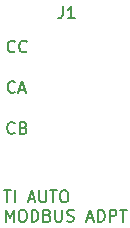
<source format=gbr>
G04 #@! TF.GenerationSoftware,KiCad,Pcbnew,(5.1.5)-3*
G04 #@! TF.CreationDate,2020-06-10T14:36:35-04:00*
G04 #@! TF.ProjectId,Modbus Adapter,4d6f6462-7573-4204-9164-61707465722e,rev?*
G04 #@! TF.SameCoordinates,Original*
G04 #@! TF.FileFunction,Legend,Top*
G04 #@! TF.FilePolarity,Positive*
%FSLAX46Y46*%
G04 Gerber Fmt 4.6, Leading zero omitted, Abs format (unit mm)*
G04 Created by KiCad (PCBNEW (5.1.5)-3) date 2020-06-10 14:36:35*
%MOMM*%
%LPD*%
G04 APERTURE LIST*
%ADD10C,0.150000*%
G04 APERTURE END LIST*
D10*
X166537338Y-99871780D02*
X167108766Y-99871780D01*
X166823052Y-100871780D02*
X166823052Y-99871780D01*
X167442100Y-100871780D02*
X167442100Y-99871780D01*
X168632576Y-100586066D02*
X169108766Y-100586066D01*
X168537338Y-100871780D02*
X168870671Y-99871780D01*
X169204004Y-100871780D01*
X169537338Y-99871780D02*
X169537338Y-100681304D01*
X169584957Y-100776542D01*
X169632576Y-100824161D01*
X169727814Y-100871780D01*
X169918290Y-100871780D01*
X170013528Y-100824161D01*
X170061147Y-100776542D01*
X170108766Y-100681304D01*
X170108766Y-99871780D01*
X170442100Y-99871780D02*
X171013528Y-99871780D01*
X170727814Y-100871780D02*
X170727814Y-99871780D01*
X171537338Y-99871780D02*
X171727814Y-99871780D01*
X171823052Y-99919400D01*
X171918290Y-100014638D01*
X171965909Y-100205114D01*
X171965909Y-100538447D01*
X171918290Y-100728923D01*
X171823052Y-100824161D01*
X171727814Y-100871780D01*
X171537338Y-100871780D01*
X171442100Y-100824161D01*
X171346861Y-100728923D01*
X171299242Y-100538447D01*
X171299242Y-100205114D01*
X171346861Y-100014638D01*
X171442100Y-99919400D01*
X171537338Y-99871780D01*
X166680195Y-102521780D02*
X166680195Y-101521780D01*
X167013528Y-102236066D01*
X167346861Y-101521780D01*
X167346861Y-102521780D01*
X168013528Y-101521780D02*
X168204004Y-101521780D01*
X168299242Y-101569400D01*
X168394480Y-101664638D01*
X168442100Y-101855114D01*
X168442100Y-102188447D01*
X168394480Y-102378923D01*
X168299242Y-102474161D01*
X168204004Y-102521780D01*
X168013528Y-102521780D01*
X167918290Y-102474161D01*
X167823052Y-102378923D01*
X167775433Y-102188447D01*
X167775433Y-101855114D01*
X167823052Y-101664638D01*
X167918290Y-101569400D01*
X168013528Y-101521780D01*
X168870671Y-102521780D02*
X168870671Y-101521780D01*
X169108766Y-101521780D01*
X169251623Y-101569400D01*
X169346861Y-101664638D01*
X169394480Y-101759876D01*
X169442100Y-101950352D01*
X169442100Y-102093209D01*
X169394480Y-102283685D01*
X169346861Y-102378923D01*
X169251623Y-102474161D01*
X169108766Y-102521780D01*
X168870671Y-102521780D01*
X170204004Y-101997971D02*
X170346861Y-102045590D01*
X170394480Y-102093209D01*
X170442100Y-102188447D01*
X170442100Y-102331304D01*
X170394480Y-102426542D01*
X170346861Y-102474161D01*
X170251623Y-102521780D01*
X169870671Y-102521780D01*
X169870671Y-101521780D01*
X170204004Y-101521780D01*
X170299242Y-101569400D01*
X170346861Y-101617019D01*
X170394480Y-101712257D01*
X170394480Y-101807495D01*
X170346861Y-101902733D01*
X170299242Y-101950352D01*
X170204004Y-101997971D01*
X169870671Y-101997971D01*
X170870671Y-101521780D02*
X170870671Y-102331304D01*
X170918290Y-102426542D01*
X170965909Y-102474161D01*
X171061147Y-102521780D01*
X171251623Y-102521780D01*
X171346861Y-102474161D01*
X171394480Y-102426542D01*
X171442100Y-102331304D01*
X171442100Y-101521780D01*
X171870671Y-102474161D02*
X172013528Y-102521780D01*
X172251623Y-102521780D01*
X172346861Y-102474161D01*
X172394480Y-102426542D01*
X172442100Y-102331304D01*
X172442100Y-102236066D01*
X172394480Y-102140828D01*
X172346861Y-102093209D01*
X172251623Y-102045590D01*
X172061147Y-101997971D01*
X171965909Y-101950352D01*
X171918290Y-101902733D01*
X171870671Y-101807495D01*
X171870671Y-101712257D01*
X171918290Y-101617019D01*
X171965909Y-101569400D01*
X172061147Y-101521780D01*
X172299242Y-101521780D01*
X172442100Y-101569400D01*
X173584957Y-102236066D02*
X174061147Y-102236066D01*
X173489719Y-102521780D02*
X173823052Y-101521780D01*
X174156385Y-102521780D01*
X174489719Y-102521780D02*
X174489719Y-101521780D01*
X174727814Y-101521780D01*
X174870671Y-101569400D01*
X174965909Y-101664638D01*
X175013528Y-101759876D01*
X175061147Y-101950352D01*
X175061147Y-102093209D01*
X175013528Y-102283685D01*
X174965909Y-102378923D01*
X174870671Y-102474161D01*
X174727814Y-102521780D01*
X174489719Y-102521780D01*
X175489719Y-102521780D02*
X175489719Y-101521780D01*
X175870671Y-101521780D01*
X175965909Y-101569400D01*
X176013528Y-101617019D01*
X176061147Y-101712257D01*
X176061147Y-101855114D01*
X176013528Y-101950352D01*
X175965909Y-101997971D01*
X175870671Y-102045590D01*
X175489719Y-102045590D01*
X176346861Y-101521780D02*
X176918290Y-101521780D01*
X176632576Y-102521780D02*
X176632576Y-101521780D01*
X171523066Y-84288380D02*
X171523066Y-85002666D01*
X171475447Y-85145523D01*
X171380209Y-85240761D01*
X171237352Y-85288380D01*
X171142114Y-85288380D01*
X172523066Y-85288380D02*
X171951638Y-85288380D01*
X172237352Y-85288380D02*
X172237352Y-84288380D01*
X172142114Y-84431238D01*
X172046876Y-84526476D01*
X171951638Y-84574095D01*
X167454823Y-88093942D02*
X167407204Y-88141561D01*
X167264347Y-88189180D01*
X167169109Y-88189180D01*
X167026252Y-88141561D01*
X166931014Y-88046323D01*
X166883395Y-87951085D01*
X166835776Y-87760609D01*
X166835776Y-87617752D01*
X166883395Y-87427276D01*
X166931014Y-87332038D01*
X167026252Y-87236800D01*
X167169109Y-87189180D01*
X167264347Y-87189180D01*
X167407204Y-87236800D01*
X167454823Y-87284419D01*
X168454823Y-88093942D02*
X168407204Y-88141561D01*
X168264347Y-88189180D01*
X168169109Y-88189180D01*
X168026252Y-88141561D01*
X167931014Y-88046323D01*
X167883395Y-87951085D01*
X167835776Y-87760609D01*
X167835776Y-87617752D01*
X167883395Y-87427276D01*
X167931014Y-87332038D01*
X168026252Y-87236800D01*
X168169109Y-87189180D01*
X168264347Y-87189180D01*
X168407204Y-87236800D01*
X168454823Y-87284419D01*
X167454823Y-91522942D02*
X167407204Y-91570561D01*
X167264347Y-91618180D01*
X167169109Y-91618180D01*
X167026252Y-91570561D01*
X166931014Y-91475323D01*
X166883395Y-91380085D01*
X166835776Y-91189609D01*
X166835776Y-91046752D01*
X166883395Y-90856276D01*
X166931014Y-90761038D01*
X167026252Y-90665800D01*
X167169109Y-90618180D01*
X167264347Y-90618180D01*
X167407204Y-90665800D01*
X167454823Y-90713419D01*
X167835776Y-91332466D02*
X168311966Y-91332466D01*
X167740538Y-91618180D02*
X168073871Y-90618180D01*
X168407204Y-91618180D01*
X167429423Y-95002742D02*
X167381804Y-95050361D01*
X167238947Y-95097980D01*
X167143709Y-95097980D01*
X167000852Y-95050361D01*
X166905614Y-94955123D01*
X166857995Y-94859885D01*
X166810376Y-94669409D01*
X166810376Y-94526552D01*
X166857995Y-94336076D01*
X166905614Y-94240838D01*
X167000852Y-94145600D01*
X167143709Y-94097980D01*
X167238947Y-94097980D01*
X167381804Y-94145600D01*
X167429423Y-94193219D01*
X168191328Y-94574171D02*
X168334185Y-94621790D01*
X168381804Y-94669409D01*
X168429423Y-94764647D01*
X168429423Y-94907504D01*
X168381804Y-95002742D01*
X168334185Y-95050361D01*
X168238947Y-95097980D01*
X167857995Y-95097980D01*
X167857995Y-94097980D01*
X168191328Y-94097980D01*
X168286566Y-94145600D01*
X168334185Y-94193219D01*
X168381804Y-94288457D01*
X168381804Y-94383695D01*
X168334185Y-94478933D01*
X168286566Y-94526552D01*
X168191328Y-94574171D01*
X167857995Y-94574171D01*
M02*

</source>
